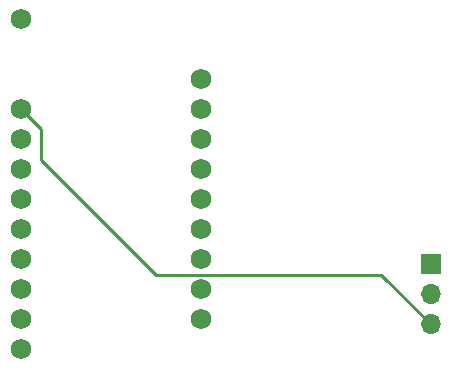
<source format=gtl>
G04 #@! TF.GenerationSoftware,KiCad,Pcbnew,(5.1.10)-1*
G04 #@! TF.CreationDate,2021-12-21T01:23:29-06:00*
G04 #@! TF.ProjectId,arrow,6172726f-772e-46b6-9963-61645f706362,rev?*
G04 #@! TF.SameCoordinates,Original*
G04 #@! TF.FileFunction,Copper,L1,Top*
G04 #@! TF.FilePolarity,Positive*
%FSLAX46Y46*%
G04 Gerber Fmt 4.6, Leading zero omitted, Abs format (unit mm)*
G04 Created by KiCad (PCBNEW (5.1.10)-1) date 2021-12-21 01:23:29*
%MOMM*%
%LPD*%
G01*
G04 APERTURE LIST*
G04 #@! TA.AperFunction,ComponentPad*
%ADD10C,1.752600*%
G04 #@! TD*
G04 #@! TA.AperFunction,ComponentPad*
%ADD11O,1.700000X1.700000*%
G04 #@! TD*
G04 #@! TA.AperFunction,ComponentPad*
%ADD12R,1.700000X1.700000*%
G04 #@! TD*
G04 #@! TA.AperFunction,Conductor*
%ADD13C,0.250000*%
G04 #@! TD*
G04 APERTURE END LIST*
D10*
X227040000Y-128641250D03*
X227040000Y-131181250D03*
X227040000Y-133721250D03*
X227040000Y-136261250D03*
X227040000Y-138801250D03*
X227040000Y-141341250D03*
X227040000Y-143881250D03*
X227040000Y-146421250D03*
X227040000Y-148961250D03*
X211800000Y-151501250D03*
X211800000Y-148961250D03*
X211800000Y-146421250D03*
X211800000Y-143881250D03*
X211800000Y-141341250D03*
X211800000Y-138801250D03*
X211800000Y-136261250D03*
X211800000Y-133721250D03*
X211800000Y-131181250D03*
X211800000Y-123561250D03*
D11*
X246520000Y-149430000D03*
X246520000Y-146890000D03*
D12*
X246520000Y-144350000D03*
D13*
X213500000Y-132881250D02*
X211800000Y-131181250D01*
X213500000Y-135500000D02*
X213500000Y-132881250D01*
X223219949Y-145219949D02*
X213500000Y-135500000D01*
X242309949Y-145219949D02*
X223219949Y-145219949D01*
X246520000Y-149430000D02*
X242309949Y-145219949D01*
M02*

</source>
